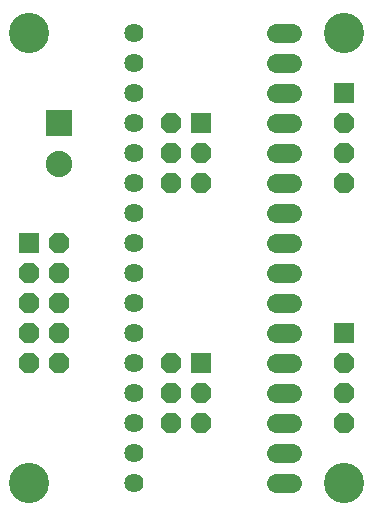
<source format=gbs>
G75*
%MOIN*%
%OFA0B0*%
%FSLAX24Y24*%
%IPPOS*%
%LPD*%
%AMOC8*
5,1,8,0,0,1.08239X$1,22.5*
%
%ADD10C,0.1340*%
%ADD11C,0.0640*%
%ADD12C,0.0640*%
%ADD13R,0.0880X0.0880*%
%ADD14C,0.0880*%
%ADD15R,0.0680X0.0680*%
%ADD16OC8,0.0680*%
D10*
X001650Y001650D03*
X012150Y001650D03*
X012150Y016650D03*
X001650Y016650D03*
D11*
X005150Y016650D03*
X005150Y015650D03*
X005150Y014650D03*
X005150Y013650D03*
X005150Y012650D03*
X005150Y011650D03*
X005150Y010650D03*
X005150Y009650D03*
X005150Y008650D03*
X005150Y007650D03*
X005150Y006650D03*
X005150Y005650D03*
X005150Y004650D03*
X005150Y003650D03*
X005150Y002650D03*
X005150Y001650D03*
D12*
X009870Y001650D02*
X010430Y001650D01*
X010430Y002650D02*
X009870Y002650D01*
X009870Y003650D02*
X010430Y003650D01*
X010430Y004650D02*
X009870Y004650D01*
X009870Y005650D02*
X010430Y005650D01*
X010430Y006650D02*
X009870Y006650D01*
X009870Y007650D02*
X010430Y007650D01*
X010430Y008650D02*
X009870Y008650D01*
X009870Y009650D02*
X010430Y009650D01*
X010430Y010650D02*
X009870Y010650D01*
X009870Y011650D02*
X010430Y011650D01*
X010430Y012650D02*
X009870Y012650D01*
X009870Y013650D02*
X010430Y013650D01*
X010430Y014650D02*
X009870Y014650D01*
X009870Y015650D02*
X010430Y015650D01*
X010430Y016650D02*
X009870Y016650D01*
D13*
X002650Y013650D03*
D14*
X002650Y012272D03*
D15*
X001650Y009650D03*
X007400Y005650D03*
X012150Y006650D03*
X007400Y013650D03*
X012150Y014650D03*
D16*
X012150Y013650D03*
X012150Y012650D03*
X012150Y011650D03*
X012150Y005650D03*
X012150Y004650D03*
X012150Y003650D03*
X007400Y003650D03*
X007400Y004650D03*
X006400Y004650D03*
X006400Y005650D03*
X006400Y003650D03*
X002650Y005650D03*
X002650Y006650D03*
X002650Y007650D03*
X002650Y008650D03*
X002650Y009650D03*
X001650Y008650D03*
X001650Y007650D03*
X001650Y006650D03*
X001650Y005650D03*
X006400Y011650D03*
X006400Y012650D03*
X006400Y013650D03*
X007400Y012650D03*
X007400Y011650D03*
M02*

</source>
